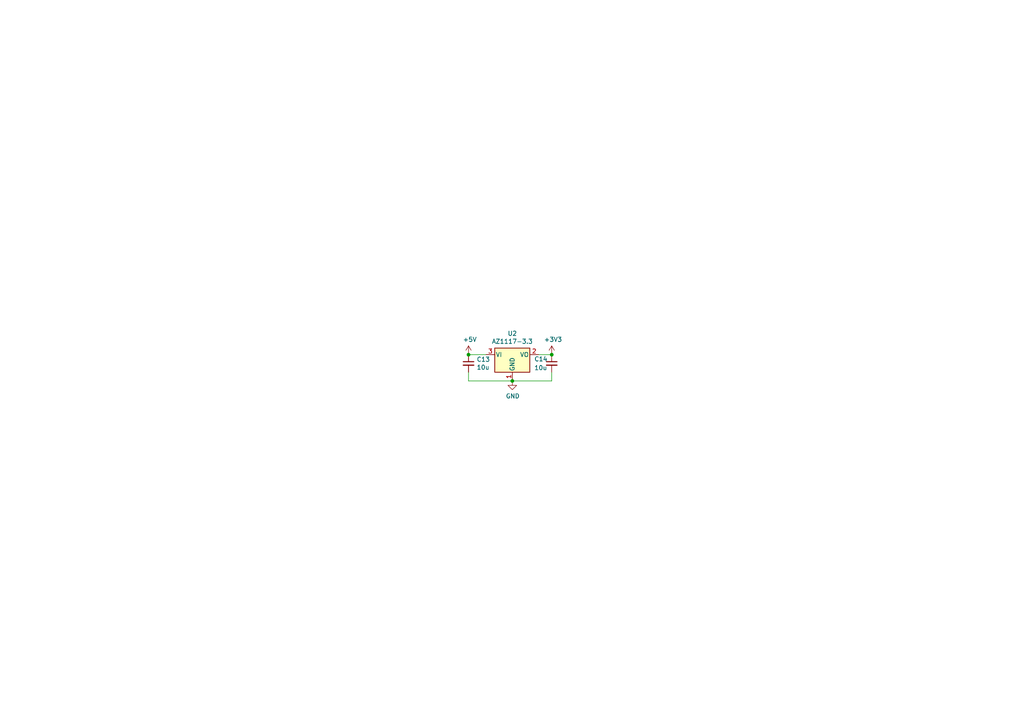
<source format=kicad_sch>
(kicad_sch (version 20211123) (generator eeschema)
  (paper "A4")
  (lib_symbols
    (symbol "Device:C_Small" (pin_numbers hide) (pin_names (offset 0.254) hide)
      (property "Reference" "C" (at 0.254 1.778 0))
      (property "Value" "C_Small" (at 0.254 -2.032 0))
      (symbol "C_Small_0_1"
        (polyline (pts (xy -1.524 -0.508) (xy 1.524 -0.508)) (stroke (width 0.3302)))
        (polyline (pts (xy -1.524 0.508) (xy 1.524 0.508)) (stroke (width 0.3048)))
      )
      (symbol "C_Small_1_1"
        (pin passive line (at 0 2.54 270) (length 2.032) (name "~") (number "1"))
        (pin passive line (at 0 -2.54 90) (length 2.032) (name "~") (number "2"))
      )
    )
    (symbol "Regulator_Linear:AZ1117-3.3" (pin_names (offset 0.254))
      (property "Reference" "U" (at -3.81 3.175 0))
      (property "Value" "AZ1117-3.3" (at 0 3.175 0))
      (symbol "AZ1117-3.3_0_1"
        (rectangle (start -5.08 1.905) (end 5.08 -5.08) (stroke (width 0.254)) (fill (type background)))
      )
      (symbol "AZ1117-3.3_1_1"
        (pin power_in line (at 0 -7.62 90) (length 2.54) (name "GND") (number "1"))
        (pin power_out line (at 7.62 0 180) (length 2.54) (name "VO") (number "2"))
        (pin power_in line (at -7.62 0 0) (length 2.54) (name "VI") (number "3"))
      )
    )
    (symbol "power:+3V3" (power) (pin_names (offset 0))
      (property "Value" "+3V3" (at 0 3.556 0))
      (symbol "+3V3_0_1"
        (polyline (pts (xy -0.762 1.27) (xy 0 2.54)))
        (polyline (pts (xy 0 0) (xy 0 2.54)))
        (polyline (pts (xy 0 2.54) (xy 0.762 1.27)))
      )
      (symbol "+3V3_1_1"
        (pin power_in line (at 0 0 90) (length 0) hide (name "+3V3") (number "1"))
      )
    )
    (symbol "power:+5V" (power) (pin_names (offset 0))
      (property "Value" "+5V" (at 0 3.556 0))
      (symbol "+5V_0_1"
        (polyline (pts (xy -0.762 1.27) (xy 0 2.54)))
        (polyline (pts (xy 0 0) (xy 0 2.54)))
        (polyline (pts (xy 0 2.54) (xy 0.762 1.27)))
      )
      (symbol "+5V_1_1"
        (pin power_in line (at 0 0 90) (length 0) hide (name "+5V") (number "1"))
      )
    )
    (symbol "power:GND" (power) (pin_names (offset 0))
      (property "Value" "GND" (at 0 -3.81 0))
      (symbol "GND_0_1"
        (polyline (pts (xy 0 0) (xy 0 -1.27) (xy 1.27 -1.27) (xy 0 -2.54) (xy -1.27 -1.27) (xy 0 -1.27)))
      )
      (symbol "GND_1_1"
        (pin power_in line (at 0 0 270) (length 0) hide (name "GND") (number "1"))
      )
    )
  )
  (junction (at 148.59 110.49))
  (junction (at 160.02 102.87))
  (junction (at 135.89 102.87))
  (wire (pts (xy 160.02 110.49) (xy 160.02 107.95)))
  (wire (pts (xy 140.97 102.87) (xy 135.89 102.87)))
  (wire (pts (xy 148.59 110.49) (xy 160.02 110.49)))
  (wire (pts (xy 135.89 110.49) (xy 148.59 110.49)))
  (wire (pts (xy 156.21 102.87) (xy 160.02 102.87)))
  (wire (pts (xy 135.89 107.95) (xy 135.89 110.49)))
  (symbol (lib_id "Regulator_Linear:AZ1117-3.3") (at 148.59 102.87 0) (unit 1)
    (property "Reference" "U2" (at 148.59 96.7232 0))
    (property "Value" "AZ1117-3.3" (at 148.59 99.0346 0))
    (property "Footprint" "Package_TO_SOT_SMD:SOT-89-3" (effects hide))
    (property "Datasheet" "https://www.diodes.com/assets/Datasheets/AZ1117.pdf" (effects hide))
  )
  (symbol (lib_id "Device:C_Small") (at 135.89 105.41 0) (unit 1)
    (property "Reference" "C13" (at 138.2268 104.2416 0) (effects (justify left)))
    (property "Value" "10u" (at 138.2268 106.553 0) (effects (justify left)))
    (property "Footprint" "Capacitor_SMD:C_0805_2012Metric" (effects hide))
  )
  (symbol (lib_id "Device:C_Small") (at 160.02 105.41 0) (unit 1)
    (property "Reference" "C14" (at 154.94 104.14 0) (effects (justify left)))
    (property "Value" "10u" (at 154.94 106.68 0) (effects (justify left)))
    (property "Footprint" "Capacitor_SMD:C_0805_2012Metric" (effects hide))
  )
  (symbol (lib_id "power:GND") (at 148.59 110.49 0) (unit 1)
    (property "Reference" "#PWR016" (effects hide))
    (property "Value" "GND" (at 148.717 114.8842 0))
  )
  (symbol (lib_id "power:+5V") (at 135.89 102.87 0) (unit 1)
    (property "Reference" "#PWR015" (effects hide))
    (property "Value" "+5V" (at 136.271 98.4758 0))
  )
  (symbol (lib_id "power:+3V3") (at 160.02 102.87 0) (unit 1)
    (property "Reference" "#PWR017" (effects hide))
    (property "Value" "+3V3" (at 160.401 98.4758 0))
  )
)
</source>
